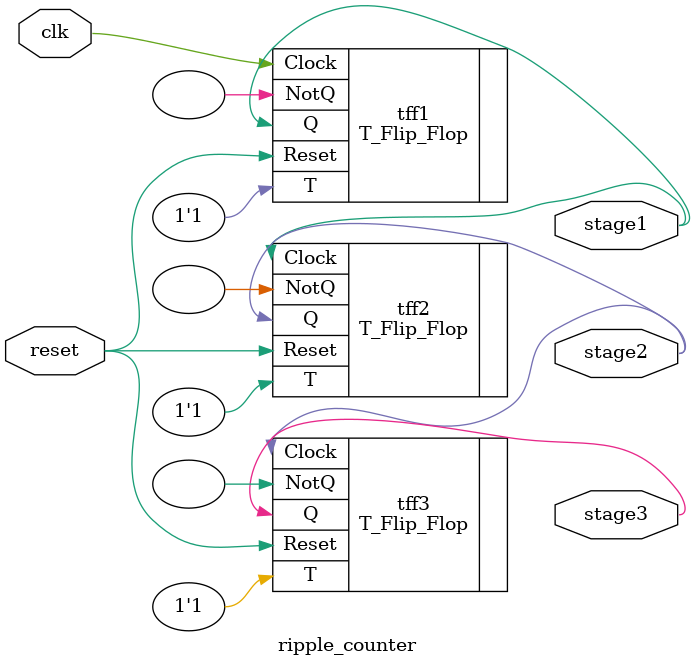
<source format=v>
module ripple_counter(
    input clk,
    input reset,
    output stage1,
    output stage2,
    output stage3
);

    // First stage T flip-flop
    T_Flip_Flop tff1(
        .T(1'b1),
        .Clock(clk),
        .Reset(reset),
        .Q(stage1),
        .NotQ()
    );

    // Second stage T flip-flop
    T_Flip_Flop tff2(
        .T(1'b1),
        .Clock(stage1),
        .Reset(reset),
        .Q(stage2),
        .NotQ()
    );

    // Third stage T flip-flop
    T_Flip_Flop tff3(
        .T(1'b1),
        .Clock(stage2),
        .Reset(reset),
        .Q(stage3),
        .NotQ()
    );

endmodule

</source>
